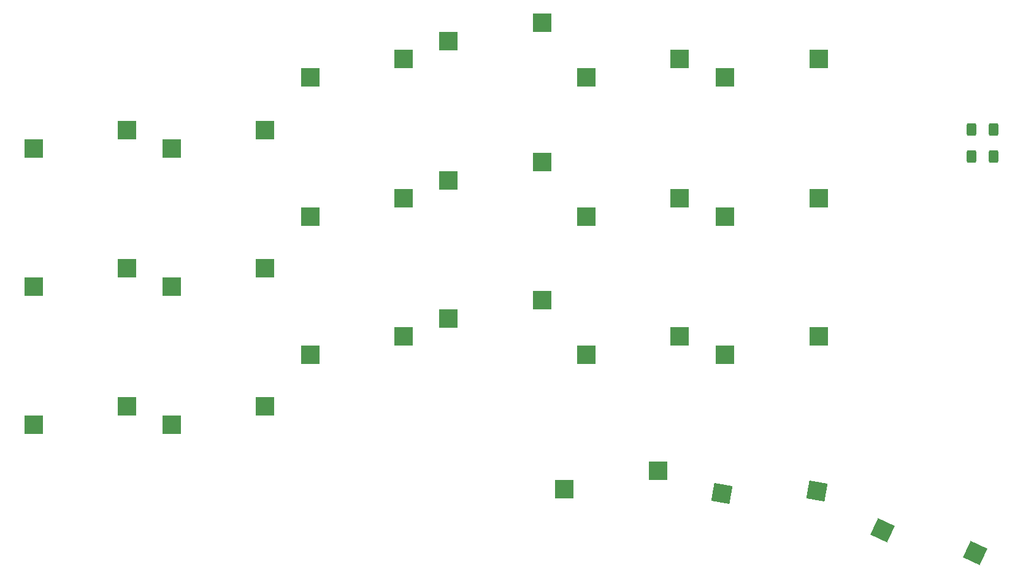
<source format=gbp>
%TF.GenerationSoftware,KiCad,Pcbnew,6.0.2+dfsg-1*%
%TF.CreationDate,2023-08-25T19:24:04+02:00*%
%TF.ProjectId,max,6d61782e-6b69-4636-9164-5f7063625858,rev1.0*%
%TF.SameCoordinates,Original*%
%TF.FileFunction,Paste,Bot*%
%TF.FilePolarity,Positive*%
%FSLAX46Y46*%
G04 Gerber Fmt 4.6, Leading zero omitted, Abs format (unit mm)*
G04 Created by KiCad (PCBNEW 6.0.2+dfsg-1) date 2023-08-25 19:24:04*
%MOMM*%
%LPD*%
G01*
G04 APERTURE LIST*
G04 Aperture macros list*
%AMRoundRect*
0 Rectangle with rounded corners*
0 $1 Rounding radius*
0 $2 $3 $4 $5 $6 $7 $8 $9 X,Y pos of 4 corners*
0 Add a 4 corners polygon primitive as box body*
4,1,4,$2,$3,$4,$5,$6,$7,$8,$9,$2,$3,0*
0 Add four circle primitives for the rounded corners*
1,1,$1+$1,$2,$3*
1,1,$1+$1,$4,$5*
1,1,$1+$1,$6,$7*
1,1,$1+$1,$8,$9*
0 Add four rect primitives between the rounded corners*
20,1,$1+$1,$2,$3,$4,$5,0*
20,1,$1+$1,$4,$5,$6,$7,0*
20,1,$1+$1,$6,$7,$8,$9,0*
20,1,$1+$1,$8,$9,$2,$3,0*%
%AMRotRect*
0 Rectangle, with rotation*
0 The origin of the aperture is its center*
0 $1 length*
0 $2 width*
0 $3 Rotation angle, in degrees counterclockwise*
0 Add horizontal line*
21,1,$1,$2,0,0,$3*%
G04 Aperture macros list end*
%ADD10R,2.550000X2.500000*%
%ADD11RotRect,2.550000X2.500000X155.000000*%
%ADD12RotRect,2.550000X2.500000X170.000000*%
%ADD13RoundRect,0.250000X0.400000X0.625000X-0.400000X0.625000X-0.400000X-0.625000X0.400000X-0.625000X0*%
%ADD14RoundRect,0.250000X-0.400000X-0.625000X0.400000X-0.625000X0.400000X0.625000X-0.400000X0.625000X0*%
G04 APERTURE END LIST*
D10*
%TO.C,K25*%
X156883240Y-91460000D03*
X169810240Y-88920000D03*
%TD*%
%TO.C,K24*%
X137715389Y-91460000D03*
X150642389Y-88920000D03*
%TD*%
%TO.C,K13*%
X118669008Y-67413317D03*
X131596008Y-64873317D03*
%TD*%
%TO.C,K2*%
X80477966Y-63064957D03*
X93404966Y-60524957D03*
%TD*%
%TO.C,K21*%
X80477966Y-101164957D03*
X93404966Y-98624957D03*
%TD*%
%TO.C,K10*%
X61427966Y-82114957D03*
X74354966Y-79574957D03*
%TD*%
%TO.C,K04*%
X137715389Y-53248342D03*
X150642389Y-50708342D03*
%TD*%
%TO.C,K22*%
X99595000Y-91460000D03*
X112522000Y-88920000D03*
%TD*%
%TO.C,K30*%
X134725733Y-109995102D03*
X147652733Y-107455102D03*
%TD*%
%TO.C,K00*%
X61427966Y-63064957D03*
X74354966Y-60524957D03*
%TD*%
%TO.C,K03*%
X118669008Y-48248342D03*
X131596008Y-45708342D03*
%TD*%
%TO.C,K02*%
X99595000Y-53248342D03*
X112522000Y-50708342D03*
%TD*%
%TO.C,K12*%
X99595000Y-72413317D03*
X112522000Y-69873317D03*
%TD*%
%TO.C,K14*%
X137715389Y-72413317D03*
X150642389Y-69873317D03*
%TD*%
%TO.C,K20*%
X61427966Y-101164957D03*
X74354966Y-98624957D03*
%TD*%
%TO.C,K11*%
X80477966Y-82114957D03*
X93404966Y-79574957D03*
%TD*%
%TO.C,K15*%
X156883240Y-72413317D03*
X169810240Y-69873317D03*
%TD*%
D11*
%TO.C,K32*%
X178652260Y-115703728D03*
X191441551Y-118864892D03*
%TD*%
D10*
%TO.C,K23*%
X118669008Y-86460000D03*
X131596008Y-83920000D03*
%TD*%
%TO.C,K05*%
X156883240Y-53248342D03*
X169810240Y-50708342D03*
%TD*%
D12*
%TO.C,K31*%
X156424580Y-110575976D03*
X169596257Y-110319314D03*
%TD*%
D13*
%TO.C,R2*%
X193980400Y-64109600D03*
X190880400Y-64109600D03*
%TD*%
D14*
%TO.C,R1*%
X190880400Y-60401200D03*
X193980400Y-60401200D03*
%TD*%
M02*

</source>
